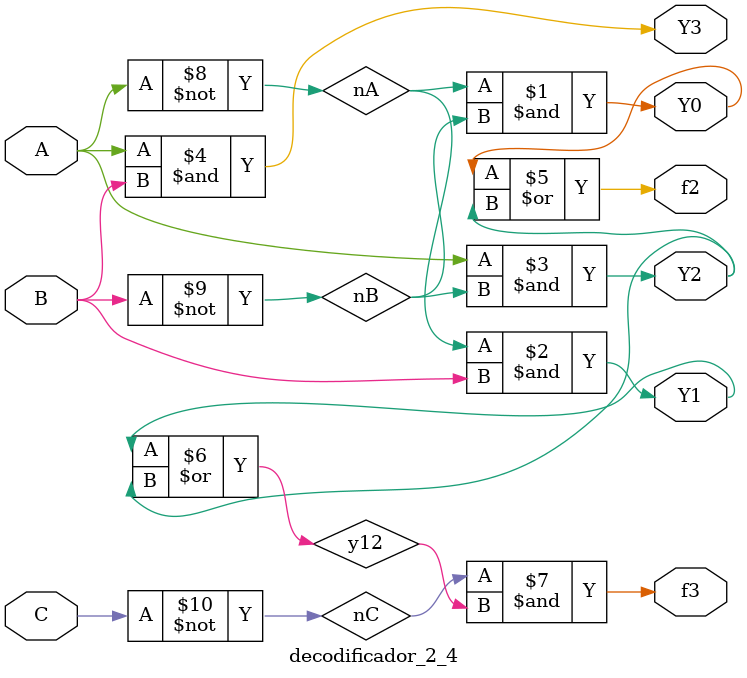
<source format=v>

`timescale 1ns/1ps                     // Define unidade/precisão de tempo para simulação
module decodificador_2_4 (
    input  wire A,                    // Entrada A
    input  wire B,                    // Entrada B
    input  wire C,                    // Entrada C (para f3)
    output wire Y0,                   // Saída Y0
    output wire Y1,                   // Saída Y1
    output wire Y2,                   // Saída Y2
    output wire Y3,                   // Saída Y3
    output wire f2,                   // Saída f2
    output wire f3                    // Saída f3
);
    // Fios internos para inversões
    wire nA;                          // nA = ~A
    wire nB;                          // nB = ~B
    wire nC;                          // nC = ~C

    // Inversores
    not UinvA(nA, A);                 // Calcula ~A
    not UinvB(nB, B);                 // Calcula ~B
    not UinvC(nC, C);                 // Calcula ~C

    // Mintermos do decodificador 2×4
    and UandY0(Y0, nA, nB);           // Y0 = ~A & ~B
    and UandY1(Y1, nA,  B);           // Y1 = ~A &  B
    and UandY2(Y2,  A, nB);           // Y2 =  A & ~B
    and UandY3(Y3,  A,  B);           // Y3 =  A &  B

    // Combinações para as funções
    or  UorF2(f2, Y0, Y2);            // f2 = Y0 | Y2 = ~B
    wire y12;                         // y12 será Y1 | Y2
    or  UorY12(y12, Y1, Y2);          // y12 = Y1 | Y2 = A*~B + ~A*B
    and UandF3(f3, nC, y12);          // f3 = ~C & (Y1 | Y2)
endmodule                              // Fim do módulo estrutural

</source>
